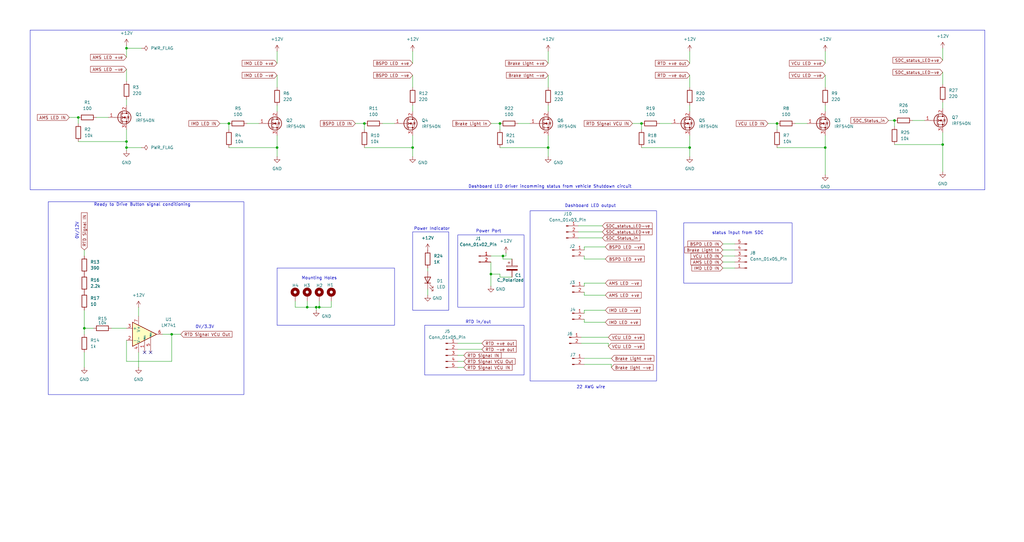
<source format=kicad_sch>
(kicad_sch (version 20231120) (generator "eeschema") (generator_version "8.0")
  (paper "User" 431.8 228.6)
  (lib_symbols
    (symbol "Amplifier_Operational:LM741" (pin_names (offset 0.127))
      (property "Reference" "U" (at 0 6.35 0))
      (property "Value" "LM741" (at 0 3.81 0))
      (symbol "LM741_0_1"
        (polyline (pts (xy -5.08 5.08) (xy 5.08 0) (xy -5.08 -5.08) (xy -5.08 5.08)) (stroke (width 0.254)) (fill (type background)))
      )
      (symbol "LM741_1_1"
        (pin input line (at 0 -7.62 90) (length 5.08) (name "NULL") (number "1"))
        (pin input line (at -7.62 -2.54 0) (length 2.54) (name "-") (number "2"))
        (pin input line (at -7.62 2.54 0) (length 2.54) (name "+") (number "3"))
        (pin power_in line (at -2.54 -7.62 90) (length 3.81) (name "V-") (number "4"))
        (pin input line (at 2.54 -7.62 90) (length 6.35) (name "NULL") (number "5"))
        (pin output line (at 7.62 0 180) (length 2.54) (name "~") (number "6"))
        (pin power_in line (at -2.54 7.62 270) (length 3.81) (name "V+") (number "7"))
        (pin no_connect line (at 0 2.54 270) (length 2.54) hide (name "NC") (number "8"))
      )
    )
    (symbol "Connector:Conn_01x02_Pin" (pin_names (offset 1.016) hide)
      (property "Reference" "J" (at 0 2.54 0))
      (property "Value" "Conn_01x02_Pin" (at 0 -5.08 0))
      (symbol "Conn_01x02_Pin_1_1"
        (polyline (pts (xy 1.27 -2.54) (xy 0.8636 -2.54)) (stroke (width 0.1524)))
        (polyline (pts (xy 1.27 0) (xy 0.8636 0)) (stroke (width 0.1524)))
        (rectangle (start 0.8636 -2.413) (end 0 -2.667) (stroke (width 0.1524)) (fill (type outline)))
        (rectangle (start 0.8636 0.127) (end 0 -0.127) (stroke (width 0.1524)) (fill (type outline)))
        (pin passive line (at 5.08 0 180) (length 3.81) (name "Pin_1") (number "1"))
        (pin passive line (at 5.08 -2.54 180) (length 3.81) (name "Pin_2") (number "2"))
      )
    )
    (symbol "Connector:Conn_01x03_Pin" (pin_names (offset 1.016) hide)
      (property "Reference" "J" (at 0 5.08 0))
      (property "Value" "Conn_01x03_Pin" (at 0 -5.08 0))
      (symbol "Conn_01x03_Pin_1_1"
        (polyline (pts (xy 1.27 -2.54) (xy 0.8636 -2.54)) (stroke (width 0.1524)))
        (polyline (pts (xy 1.27 0) (xy 0.8636 0)) (stroke (width 0.1524)))
        (polyline (pts (xy 1.27 2.54) (xy 0.8636 2.54)) (stroke (width 0.1524)))
        (rectangle (start 0.8636 -2.413) (end 0 -2.667) (stroke (width 0.1524)) (fill (type outline)))
        (rectangle (start 0.8636 0.127) (end 0 -0.127) (stroke (width 0.1524)) (fill (type outline)))
        (rectangle (start 0.8636 2.667) (end 0 2.413) (stroke (width 0.1524)) (fill (type outline)))
        (pin passive line (at 5.08 2.54 180) (length 3.81) (name "Pin_1") (number "1"))
        (pin passive line (at 5.08 0 180) (length 3.81) (name "Pin_2") (number "2"))
        (pin passive line (at 5.08 -2.54 180) (length 3.81) (name "Pin_3") (number "3"))
      )
    )
    (symbol "Connector:Conn_01x05_Pin" (pin_names (offset 1.016) hide)
      (property "Reference" "J" (at 0 7.62 0))
      (property "Value" "Conn_01x05_Pin" (at 0 -7.62 0))
      (symbol "Conn_01x05_Pin_1_1"
        (polyline (pts (xy 1.27 -5.08) (xy 0.8636 -5.08)) (stroke (width 0.1524)))
        (polyline (pts (xy 1.27 -2.54) (xy 0.8636 -2.54)) (stroke (width 0.1524)))
        (polyline (pts (xy 1.27 0) (xy 0.8636 0)) (stroke (width 0.1524)))
        (polyline (pts (xy 1.27 2.54) (xy 0.8636 2.54)) (stroke (width 0.1524)))
        (polyline (pts (xy 1.27 5.08) (xy 0.8636 5.08)) (stroke (width 0.1524)))
        (rectangle (start 0.8636 -4.953) (end 0 -5.207) (stroke (width 0.1524)) (fill (type outline)))
        (rectangle (start 0.8636 -2.413) (end 0 -2.667) (stroke (width 0.1524)) (fill (type outline)))
        (rectangle (start 0.8636 0.127) (end 0 -0.127) (stroke (width 0.1524)) (fill (type outline)))
        (rectangle (start 0.8636 2.667) (end 0 2.413) (stroke (width 0.1524)) (fill (type outline)))
        (rectangle (start 0.8636 5.207) (end 0 4.953) (stroke (width 0.1524)) (fill (type outline)))
        (pin passive line (at 5.08 5.08 180) (length 3.81) (name "Pin_1") (number "1"))
        (pin passive line (at 5.08 2.54 180) (length 3.81) (name "Pin_2") (number "2"))
        (pin passive line (at 5.08 0 180) (length 3.81) (name "Pin_3") (number "3"))
        (pin passive line (at 5.08 -2.54 180) (length 3.81) (name "Pin_4") (number "4"))
        (pin passive line (at 5.08 -5.08 180) (length 3.81) (name "Pin_5") (number "5"))
      )
    )
    (symbol "Device:C_Polarized" (pin_numbers hide) (pin_names (offset 0.254))
      (property "Reference" "C" (at 0.635 2.54 0))
      (property "Value" "C_Polarized" (at 0.635 -2.54 0))
      (symbol "C_Polarized_0_1"
        (rectangle (start -2.286 0.508) (end 2.286 1.016))
        (polyline (pts (xy -1.778 2.286) (xy -0.762 2.286)))
        (polyline (pts (xy -1.27 2.794) (xy -1.27 1.778)))
        (rectangle (start 2.286 -0.508) (end -2.286 -1.016) (fill (type outline)))
      )
      (symbol "C_Polarized_1_1"
        (pin passive line (at 0 3.81 270) (length 2.794) (name "~") (number "1"))
        (pin passive line (at 0 -3.81 90) (length 2.794) (name "~") (number "2"))
      )
    )
    (symbol "Device:LED" (pin_numbers hide) (pin_names (offset 1.016) hide)
      (property "Reference" "D" (at 0 2.54 0))
      (property "Value" "LED" (at 0 -2.54 0))
      (symbol "LED_0_1"
        (polyline (pts (xy -1.27 -1.27) (xy -1.27 1.27)) (stroke (width 0.254)))
        (polyline (pts (xy -1.27 0) (xy 1.27 0)))
        (polyline (pts (xy 1.27 -1.27) (xy 1.27 1.27) (xy -1.27 0) (xy 1.27 -1.27)) (stroke (width 0.254)))
        (polyline (pts (xy -3.048 -0.762) (xy -4.572 -2.286) (xy -3.81 -2.286) (xy -4.572 -2.286) (xy -4.572 -1.524)))
        (polyline (pts (xy -1.778 -0.762) (xy -3.302 -2.286) (xy -2.54 -2.286) (xy -3.302 -2.286) (xy -3.302 -1.524)))
      )
      (symbol "LED_1_1"
        (pin passive line (at -3.81 0 0) (length 2.54) (name "K") (number "1"))
        (pin passive line (at 3.81 0 180) (length 2.54) (name "A") (number "2"))
      )
    )
    (symbol "Device:R" (pin_numbers hide) (pin_names (offset 0))
      (property "Reference" "R" (at 2.032 0 90))
      (property "Value" "R" (at 0 0 90))
      (symbol "R_0_1"
        (rectangle (start -1.016 -2.54) (end 1.016 2.54) (stroke (width 0.254)))
      )
      (symbol "R_1_1"
        (pin passive line (at 0 3.81 270) (length 1.27) (name "~") (number "1"))
        (pin passive line (at 0 -3.81 90) (length 1.27) (name "~") (number "2"))
      )
    )
    (symbol "Mechanical:MountingHole_Pad_MP" (pin_numbers hide) (pin_names (offset 1.016) hide) (exclude_from_sim yes) (in_bom no)
      (property "Reference" "H" (at 0 6.35 0))
      (property "Value" "MountingHole_Pad_MP" (at 0 4.445 0))
      (symbol "MountingHole_Pad_MP_0_1"
        (circle (center 0 1.27) (radius 1.27) (stroke (width 1.27)))
      )
      (symbol "MountingHole_Pad_MP_1_1"
        (pin input line (at 0 -2.54 90) (length 2.54) (name "MP") (number "MP"))
      )
    )
    (symbol "Transistor_FET:IRF540N" (pin_names hide)
      (property "Reference" "Q" (at 5.08 1.905 0))
      (property "Value" "IRF540N" (at 5.08 0 0))
      (symbol "IRF540N_0_1"
        (polyline (pts (xy 0.254 0) (xy -2.54 0)))
        (polyline (pts (xy 0.254 1.905) (xy 0.254 -1.905)) (stroke (width 0.254)))
        (polyline (pts (xy 0.762 -1.27) (xy 0.762 -2.286)) (stroke (width 0.254)))
        (polyline (pts (xy 0.762 0.508) (xy 0.762 -0.508)) (stroke (width 0.254)))
        (polyline (pts (xy 0.762 2.286) (xy 0.762 1.27)) (stroke (width 0.254)))
        (polyline (pts (xy 2.54 2.54) (xy 2.54 1.778)))
        (polyline (pts (xy 2.54 -2.54) (xy 2.54 0) (xy 0.762 0)))
        (polyline (pts (xy 0.762 -1.778) (xy 3.302 -1.778) (xy 3.302 1.778) (xy 0.762 1.778)))
        (polyline (pts (xy 1.016 0) (xy 2.032 0.381) (xy 2.032 -0.381) (xy 1.016 0)) (fill (type outline)))
        (polyline (pts (xy 2.794 0.508) (xy 2.921 0.381) (xy 3.683 0.381) (xy 3.81 0.254)))
        (polyline (pts (xy 3.302 0.381) (xy 2.921 -0.254) (xy 3.683 -0.254) (xy 3.302 0.381)))
        (circle (center 1.651 0) (radius 2.794) (stroke (width 0.254)))
        (circle (center 2.54 -1.778) (radius 0.254) (fill (type outline)))
        (circle (center 2.54 1.778) (radius 0.254) (fill (type outline)))
      )
      (symbol "IRF540N_1_1"
        (pin input line (at -5.08 0 0) (length 2.54) (name "G") (number "1"))
        (pin passive line (at 2.54 5.08 270) (length 2.54) (name "D") (number "2"))
        (pin passive line (at 2.54 -5.08 90) (length 2.54) (name "S") (number "3"))
      )
    )
    (symbol "power:+12V" (power) (pin_numbers hide) (pin_names (offset 0) hide)
      (property "Value" "+12V" (at 0 3.556 0))
      (symbol "+12V_0_1"
        (polyline (pts (xy -0.762 1.27) (xy 0 2.54)))
        (polyline (pts (xy 0 0) (xy 0 2.54)))
        (polyline (pts (xy 0 2.54) (xy 0.762 1.27)))
      )
      (symbol "+12V_1_1"
        (pin power_in line (at 0 0 90) (length 0) (name "~") (number "1"))
      )
    )
    (symbol "power:GND" (power) (pin_numbers hide) (pin_names (offset 0) hide)
      (property "Value" "GND" (at 0 -3.81 0))
      (symbol "GND_0_1"
        (polyline (pts (xy 0 0) (xy 0 -1.27) (xy 1.27 -1.27) (xy 0 -2.54) (xy -1.27 -1.27) (xy 0 -1.27)))
      )
      (symbol "GND_1_1"
        (pin power_in line (at 0 0 270) (length 0) (name "~") (number "1"))
      )
    )
    (symbol "power:PWR_FLAG" (power) (pin_numbers hide) (pin_names (offset 0) hide)
      (property "Value" "PWR_FLAG" (at 0 3.81 0))
      (symbol "PWR_FLAG_0_0"
        (pin power_out line (at 0 0 90) (length 0) (name "~") (number "1"))
      )
      (symbol "PWR_FLAG_0_1"
        (polyline (pts (xy 0 0) (xy 0 1.27) (xy -1.016 1.905) (xy 0 2.54) (xy 1.016 1.905) (xy 0 1.27)))
      )
    )
  )
  (junction (at 53.34 59.69))
  (junction (at 53.34 62.23))
  (junction (at 133.35 129.54))
  (junction (at 377.19 50.8))
  (junction (at 53.34 20.32))
  (junction (at 116.84 62.23))
  (junction (at 397.51 60.96))
  (junction (at 212.09 107.95))
  (junction (at 290.83 62.23))
  (junction (at 129.54 129.54))
  (junction (at 134.62 129.54))
  (junction (at 270.51 52.07))
  (junction (at 231.14 62.23))
  (junction (at 96.52 52.07))
  (junction (at 35.56 138.43))
  (junction (at 207.01 115.57))
  (junction (at 210.82 52.07))
  (junction (at 347.98 62.23))
  (junction (at 173.99 62.23))
  (junction (at 72.39 140.97))
  (junction (at 33.02 49.53))
  (junction (at 327.66 52.07))
  (junction (at 153.67 52.07))
  (no_connect (at 63.5 148.59))
  (no_connect (at 60.96 148.59))
  (wire (pts (xy 173.99 62.23) (xy 173.99 66.04)))
  (wire (pts (xy 124.46 129.54) (xy 129.54 129.54)))
  (wire (pts (xy 35.56 148.59) (xy 35.56 154.94)))
  (wire (pts (xy 116.84 62.23) (xy 116.84 66.04)))
  (wire (pts (xy 347.98 21.59) (xy 347.98 26.67)))
  (wire (pts (xy 309.88 110.49) (xy 304.8 110.49)))
  (wire (pts (xy 58.42 129.54) (xy 58.42 133.35)))
  (wire (pts (xy 210.82 52.07) (xy 210.82 54.61)))
  (wire (pts (xy 243.84 97.79) (xy 254 97.79)))
  (wire (pts (xy 278.13 52.07) (xy 283.21 52.07)))
  (wire (pts (xy 397.51 43.18) (xy 397.51 45.72)))
  (wire (pts (xy 246.38 119.38) (xy 246.38 120.65)))
  (wire (pts (xy 116.84 57.15) (xy 116.84 62.23)))
  (wire (pts (xy 246.38 134.62) (xy 246.38 135.89)))
  (wire (pts (xy 255.27 109.22) (xy 246.38 109.22)))
  (wire (pts (xy 256.54 144.78) (xy 256.54 146.05)))
  (wire (pts (xy 72.39 140.97) (xy 72.39 152.4)))
  (wire (pts (xy 246.38 132.08) (xy 246.38 130.81)))
  (wire (pts (xy 347.98 31.75) (xy 347.98 36.83)))
  (wire (pts (xy 246.38 135.89) (xy 255.27 135.89)))
  (wire (pts (xy 92.71 52.07) (xy 96.52 52.07)))
  (wire (pts (xy 290.83 62.23) (xy 290.83 66.04)))
  (wire (pts (xy 270.51 62.23) (xy 290.83 62.23)))
  (wire (pts (xy 193.04 147.32) (xy 203.2 147.32)))
  (wire (pts (xy 207.01 52.07) (xy 210.82 52.07)))
  (wire (pts (xy 53.34 54.61) (xy 53.34 59.69)))
  (wire (pts (xy 384.81 50.8) (xy 389.89 50.8)))
  (wire (pts (xy 212.09 109.22) (xy 212.09 107.95)))
  (wire (pts (xy 180.34 113.03) (xy 180.34 114.3)))
  (wire (pts (xy 129.54 129.54) (xy 133.35 129.54)))
  (wire (pts (xy 246.38 104.14) (xy 246.38 105.41)))
  (wire (pts (xy 129.54 129.54) (xy 129.54 127)))
  (wire (pts (xy 96.52 52.07) (xy 96.52 54.61)))
  (wire (pts (xy 290.83 57.15) (xy 290.83 62.23)))
  (wire (pts (xy 347.98 62.23) (xy 347.98 73.66)))
  (wire (pts (xy 246.38 109.22) (xy 246.38 107.95)))
  (wire (pts (xy 139.7 129.54) (xy 139.7 127)))
  (wire (pts (xy 180.34 121.92) (xy 180.34 124.46)))
  (wire (pts (xy 213.36 106.68) (xy 213.36 107.95)))
  (wire (pts (xy 29.21 49.53) (xy 33.02 49.53)))
  (wire (pts (xy 53.34 152.4) (xy 53.34 143.51)))
  (wire (pts (xy 35.56 130.81) (xy 35.56 138.43)))
  (wire (pts (xy 193.04 154.94) (xy 195.58 154.94)))
  (wire (pts (xy 246.38 153.67) (xy 257.81 153.67)))
  (wire (pts (xy 245.11 144.78) (xy 256.54 144.78)))
  (wire (pts (xy 53.34 20.32) (xy 59.69 20.32)))
  (wire (pts (xy 255.27 124.46) (xy 246.38 124.46)))
  (wire (pts (xy 193.04 152.4) (xy 195.58 152.4)))
  (wire (pts (xy 134.62 129.54) (xy 139.7 129.54)))
  (wire (pts (xy 290.83 44.45) (xy 290.83 46.99)))
  (wire (pts (xy 347.98 57.15) (xy 347.98 62.23)))
  (wire (pts (xy 53.34 62.23) (xy 59.69 62.23)))
  (wire (pts (xy 33.02 59.69) (xy 53.34 59.69)))
  (wire (pts (xy 231.14 21.59) (xy 231.14 26.67)))
  (wire (pts (xy 96.52 62.23) (xy 116.84 62.23)))
  (wire (pts (xy 255.27 104.14) (xy 246.38 104.14)))
  (wire (pts (xy 397.51 55.88) (xy 397.51 60.96)))
  (wire (pts (xy 309.88 113.03) (xy 304.8 113.03)))
  (wire (pts (xy 53.34 19.05) (xy 53.34 20.32)))
  (wire (pts (xy 35.56 138.43) (xy 35.56 140.97)))
  (wire (pts (xy 397.51 20.32) (xy 397.51 25.4)))
  (wire (pts (xy 53.34 59.69) (xy 53.34 62.23)))
  (wire (pts (xy 231.14 44.45) (xy 231.14 46.99)))
  (wire (pts (xy 134.62 129.54) (xy 134.62 127)))
  (wire (pts (xy 161.29 52.07) (xy 166.37 52.07)))
  (wire (pts (xy 53.34 29.21) (xy 53.34 34.29)))
  (wire (pts (xy 290.83 21.59) (xy 290.83 26.67)))
  (wire (pts (xy 270.51 52.07) (xy 270.51 54.61)))
  (wire (pts (xy 133.35 129.54) (xy 133.35 130.81)))
  (wire (pts (xy 246.38 151.13) (xy 257.81 151.13)))
  (wire (pts (xy 72.39 140.97) (xy 76.2 140.97)))
  (wire (pts (xy 210.82 116.84) (xy 210.82 115.57)))
  (wire (pts (xy 35.56 105.41) (xy 35.56 107.95)))
  (wire (pts (xy 266.7 52.07) (xy 270.51 52.07)))
  (wire (pts (xy 213.36 107.95) (xy 212.09 107.95)))
  (wire (pts (xy 309.88 102.87) (xy 304.8 102.87)))
  (wire (pts (xy 231.14 31.75) (xy 231.14 36.83)))
  (wire (pts (xy 397.51 30.48) (xy 397.51 35.56)))
  (wire (pts (xy 133.35 129.54) (xy 134.62 129.54)))
  (wire (pts (xy 149.86 52.07) (xy 153.67 52.07)))
  (wire (pts (xy 173.99 31.75) (xy 173.99 36.83)))
  (wire (pts (xy 207.01 110.49) (xy 207.01 115.57)))
  (wire (pts (xy 290.83 31.75) (xy 290.83 36.83)))
  (wire (pts (xy 33.02 49.53) (xy 33.02 52.07)))
  (wire (pts (xy 193.04 149.86) (xy 195.58 149.86)))
  (wire (pts (xy 231.14 57.15) (xy 231.14 62.23)))
  (wire (pts (xy 116.84 21.59) (xy 116.84 26.67)))
  (wire (pts (xy 173.99 57.15) (xy 173.99 62.23)))
  (wire (pts (xy 153.67 52.07) (xy 153.67 54.61)))
  (wire (pts (xy 397.51 60.96) (xy 397.51 72.39)))
  (wire (pts (xy 46.99 138.43) (xy 53.34 138.43)))
  (wire (pts (xy 173.99 44.45) (xy 173.99 46.99)))
  (wire (pts (xy 53.34 62.23) (xy 53.34 63.5)))
  (wire (pts (xy 207.01 115.57) (xy 207.01 120.65)))
  (wire (pts (xy 53.34 41.91) (xy 53.34 44.45)))
  (wire (pts (xy 309.88 105.41) (xy 304.8 105.41)))
  (wire (pts (xy 35.56 138.43) (xy 39.37 138.43)))
  (wire (pts (xy 245.11 142.24) (xy 256.54 142.24)))
  (wire (pts (xy 243.84 100.33) (xy 254 100.33)))
  (wire (pts (xy 323.85 52.07) (xy 327.66 52.07)))
  (wire (pts (xy 327.66 52.07) (xy 327.66 54.61)))
  (wire (pts (xy 243.84 95.25) (xy 254 95.25)))
  (wire (pts (xy 215.9 116.84) (xy 210.82 116.84)))
  (wire (pts (xy 210.82 62.23) (xy 231.14 62.23)))
  (wire (pts (xy 246.38 124.46) (xy 246.38 123.19)))
  (wire (pts (xy 53.34 20.32) (xy 53.34 24.13)))
  (wire (pts (xy 68.58 140.97) (xy 72.39 140.97)))
  (wire (pts (xy 153.67 62.23) (xy 173.99 62.23)))
  (wire (pts (xy 40.64 49.53) (xy 45.72 49.53)))
  (wire (pts (xy 257.81 153.67) (xy 257.81 154.94)))
  (wire (pts (xy 116.84 44.45) (xy 116.84 46.99)))
  (wire (pts (xy 377.19 60.96) (xy 397.51 60.96)))
  (wire (pts (xy 246.38 130.81) (xy 255.27 130.81)))
  (wire (pts (xy 327.66 62.23) (xy 347.98 62.23)))
  (wire (pts (xy 374.65 50.8) (xy 377.19 50.8)))
  (wire (pts (xy 124.46 127) (xy 124.46 129.54)))
  (wire (pts (xy 72.39 152.4) (xy 53.34 152.4)))
  (wire (pts (xy 309.88 107.95) (xy 304.8 107.95)))
  (wire (pts (xy 218.44 52.07) (xy 223.52 52.07)))
  (wire (pts (xy 212.09 107.95) (xy 207.01 107.95)))
  (wire (pts (xy 58.42 148.59) (xy 58.42 154.94)))
  (wire (pts (xy 173.99 21.59) (xy 173.99 26.67)))
  (wire (pts (xy 210.82 115.57) (xy 207.01 115.57)))
  (wire (pts (xy 347.98 44.45) (xy 347.98 46.99)))
  (wire (pts (xy 377.19 50.8) (xy 377.19 53.34)))
  (wire (pts (xy 231.14 62.23) (xy 231.14 66.04)))
  (wire (pts (xy 193.04 144.78) (xy 203.2 144.78)))
  (wire (pts (xy 104.14 52.07) (xy 109.22 52.07)))
  (wire (pts (xy 215.9 109.22) (xy 212.09 109.22)))
  (wire (pts (xy 335.28 52.07) (xy 340.36 52.07)))
  (wire (pts (xy 255.27 119.38) (xy 246.38 119.38)))
  (wire (pts (xy 116.84 31.75) (xy 116.84 36.83)))
  (rectangle (start 173.99 97.79) (end 189.23 130.81))
  (rectangle (start 193.04 99.06) (end 220.98 129.54))
  (rectangle (start 20.32 85.09) (end 102.87 166.37))
  (rectangle (start 223.52 88.9) (end 276.86 160.655))
  (rectangle (start 116.84 113.03) (end 166.37 137.16))
  (rectangle (start 288.29 93.98) (end 334.01 119.38))
  (rectangle (start 12.7 12.7) (end 415.29 80.01))
  (rectangle (start 179.07 137.16) (end 220.98 158.115))
  (text "Dashboard LED driver incomming status from vehicle Shutdown circuit" (at 231.902 78.74 0) (effects (font (size 1.27 1.27))))
  (text "Mounting Holes\n" (at 134.62 117.348 0) (effects (font (size 1.27 1.27))))
  (text "Ready to Drive Button signal conditioning" (at 59.944 86.36 0) (effects (font (size 1.27 1.27))))
  (text "status input from SDC" (at 311.15 98.298 0) (effects (font (size 1.27 1.27))))
  (text "0V/12V" (at 32.512 97.282 90) (effects (font (size 1.27 1.27))))
  (text "Power Indicator" (at 182.118 96.52 0) (effects (font (size 1.27 1.27))))
  (text "RTD in/out" (at 201.676 135.89 0) (effects (font (size 1.27 1.27))))
  (text "Dashboard LED output\n" (at 248.92 86.868 0) (effects (font (size 1.27 1.27))))
  (text "22 AWG wire" (at 249.174 163.322 0) (effects (font (size 1.27 1.27))))
  (text "Power Port\n" (at 205.994 97.536 0) (effects (font (size 1.27 1.27))))
  (text "0V/3.3V" (at 86.36 137.922 0) (effects (font (size 1.27 1.27))))
  (global_label "BSPD LED +ve" (shape input) (at 255.27 109.22 0) (property "Intersheetrefs" "${INTERSHEET_REFS}" (effects (hide yes))))
  (global_label "BSPD LED -ve" (shape input) (at 255.27 104.14 0) (property "Intersheetrefs" "${INTERSHEET_REFS}" (effects (hide yes))))
  (global_label "SDC_status_LED-ve" (shape input) (at 254 95.25 0) (property "Intersheetrefs" "${INTERSHEET_REFS}" (effects (hide yes))))
  (global_label "SDC_status_LED-ve" (shape input) (at 397.51 30.48 180) (property "Intersheetrefs" "${INTERSHEET_REFS}" (effects (hide yes))))
  (global_label "Brake Light In" (shape input) (at 207.01 52.07 180) (property "Intersheetrefs" "${INTERSHEET_REFS}" (effects (hide yes))))
  (global_label "RTD Signal IN" (shape input) (at 195.58 149.86 0) (property "Intersheetrefs" "${INTERSHEET_REFS}" (effects (hide yes))))
  (global_label "IMD LED IN" (shape input) (at 304.8 113.03 180) (property "Intersheetrefs" "${INTERSHEET_REFS}" (effects (hide yes))))
  (global_label "VCU LED IN" (shape input) (at 323.85 52.07 180) (property "Intersheetrefs" "${INTERSHEET_REFS}" (effects (hide yes))))
  (global_label "RTD Signal VCU IN" (shape input) (at 195.58 154.94 0) (property "Intersheetrefs" "${INTERSHEET_REFS}" (effects (hide yes))))
  (global_label "RTD -ve out" (shape input) (at 290.83 31.75 180) (property "Intersheetrefs" "${INTERSHEET_REFS}" (effects (hide yes))))
  (global_label "BSPD LED -ve" (shape input) (at 173.99 31.75 180) (property "Intersheetrefs" "${INTERSHEET_REFS}" (effects (hide yes))))
  (global_label "RTD Signal VCU Out" (shape input) (at 76.2 140.97 0) (property "Intersheetrefs" "${INTERSHEET_REFS}" (effects (hide yes))))
  (global_label "IMD LED +ve" (shape input) (at 116.84 26.67 180) (property "Intersheetrefs" "${INTERSHEET_REFS}" (effects (hide yes))))
  (global_label "SDC_Status_in" (shape input) (at 374.65 50.8 180) (property "Intersheetrefs" "${INTERSHEET_REFS}" (effects (hide yes))))
  (global_label "RTD +ve out" (shape input) (at 203.2 144.78 0) (property "Intersheetrefs" "${INTERSHEET_REFS}" (effects (hide yes))))
  (global_label "Brake Light In" (shape input) (at 304.8 105.41 180) (property "Intersheetrefs" "${INTERSHEET_REFS}" (effects (hide yes))))
  (global_label "RTD -ve out" (shape input) (at 203.2 147.32 0) (property "Intersheetrefs" "${INTERSHEET_REFS}" (effects (hide yes))))
  (global_label "Brake light -ve" (shape input) (at 257.81 154.94 0) (property "Intersheetrefs" "${INTERSHEET_REFS}" (effects (hide yes))))
  (global_label "Brake light -ve" (shape input) (at 231.14 31.75 180) (property "Intersheetrefs" "${INTERSHEET_REFS}" (effects (hide yes))))
  (global_label "BSPD LED IN" (shape input) (at 304.8 102.87 180) (property "Intersheetrefs" "${INTERSHEET_REFS}" (effects (hide yes))))
  (global_label "IMD LED -ve" (shape input) (at 255.27 130.81 0) (property "Intersheetrefs" "${INTERSHEET_REFS}" (effects (hide yes))))
  (global_label "AMS LED -ve" (shape input) (at 53.34 29.21 180) (property "Intersheetrefs" "${INTERSHEET_REFS}" (effects (hide yes))))
  (global_label "BSPD LED IN" (shape input) (at 149.86 52.07 180) (property "Intersheetrefs" "${INTERSHEET_REFS}" (effects (hide yes))))
  (global_label "RTD Signal IN" (shape input) (at 35.56 105.41 90) (property "Intersheetrefs" "${INTERSHEET_REFS}" (effects (hide yes))))
  (global_label "VCU LED -ve" (shape input) (at 347.98 31.75 180) (property "Intersheetrefs" "${INTERSHEET_REFS}" (effects (hide yes))))
  (global_label "Brake Light +ve" (shape input) (at 231.14 26.67 180) (property "Intersheetrefs" "${INTERSHEET_REFS}" (effects (hide yes))))
  (global_label "IMD LED +ve" (shape input) (at 255.27 135.89 0) (property "Intersheetrefs" "${INTERSHEET_REFS}" (effects (hide yes))))
  (global_label "VCU LED -ve" (shape input) (at 256.54 146.05 0) (property "Intersheetrefs" "${INTERSHEET_REFS}" (effects (hide yes))))
  (global_label "SDC_status_LED+ve" (shape input) (at 397.51 25.4 180) (property "Intersheetrefs" "${INTERSHEET_REFS}" (effects (hide yes))))
  (global_label "IMD LED -ve" (shape input) (at 116.84 31.75 180) (property "Intersheetrefs" "${INTERSHEET_REFS}" (effects (hide yes))))
  (global_label "BSPD LED +ve" (shape input) (at 173.99 26.67 180) (property "Intersheetrefs" "${INTERSHEET_REFS}" (effects (hide yes))))
  (global_label "AMS LED +ve" (shape input) (at 53.34 24.13 180) (property "Intersheetrefs" "${INTERSHEET_REFS}" (effects (hide yes))))
  (global_label "RTD Signal VCU IN" (shape input) (at 266.7 52.07 180) (property "Intersheetrefs" "${INTERSHEET_REFS}" (effects (hide yes))))
  (global_label "RTD Signal VCU Out" (shape input) (at 195.58 152.4 0) (property "Intersheetrefs" "${INTERSHEET_REFS}" (effects (hide yes))))
  (global_label "IMD LED IN" (shape input) (at 92.71 52.07 180) (property "Intersheetrefs" "${INTERSHEET_REFS}" (effects (hide yes))))
  (global_label "AMS LED IN" (shape input) (at 304.8 110.49 180) (property "Intersheetrefs" "${INTERSHEET_REFS}" (effects (hide yes))))
  (global_label "AMS LED +ve" (shape input) (at 255.27 124.46 0) (property "Intersheetrefs" "${INTERSHEET_REFS}" (effects (hide yes))))
  (global_label "VCU LED +ve" (shape input) (at 347.98 26.67 180) (property "Intersheetrefs" "${INTERSHEET_REFS}" (effects (hide yes))))
  (global_label "VCU LED +ve" (shape input) (at 256.54 142.24 0) (property "Intersheetrefs" "${INTERSHEET_REFS}" (effects (hide yes))))
  (global_label "VCU LED IN" (shape input) (at 304.8 107.95 180) (property "Intersheetrefs" "${INTERSHEET_REFS}" (effects (hide yes))))
  (global_label "SDC_Status_in" (shape input) (at 254 100.33 0) (property "Intersheetrefs" "${INTERSHEET_REFS}" (effects (hide yes))))
  (global_label "Brake Light +ve" (shape input) (at 257.81 151.13 0) (property "Intersheetrefs" "${INTERSHEET_REFS}" (effects (hide yes))))
  (global_label "SDC_status_LED+ve" (shape input) (at 254 97.79 0) (property "Intersheetrefs" "${INTERSHEET_REFS}" (effects (hide yes))))
  (global_label "AMS LED IN" (shape input) (at 29.21 49.53 180) (property "Intersheetrefs" "${INTERSHEET_REFS}" (effects (hide yes))))
  (global_label "RTD +ve out" (shape input) (at 290.83 26.67 180) (property "Intersheetrefs" "${INTERSHEET_REFS}" (effects (hide yes))))
  (global_label "AMS LED -ve" (shape input) (at 255.27 119.38 0) (property "Intersheetrefs" "${INTERSHEET_REFS}" (effects (hide yes))))
  (symbol (lib_id "Transistor_FET:IRF540N") (at 345.44 52.07 0) (unit 1)
    (property "Reference" "Q3" (at 351.79 50.7999 0) (effects (justify left)))
    (property "Value" "IRF540N" (at 351.79 53.3399 0) (effects (justify left)))
    (property "Footprint" "Package_TO_SOT_THT:TO-220-3_Vertical" (effects (hide yes)))
    (property "Datasheet" "http://www.irf.com/product-info/datasheets/data/irf540n.pdf" (effects (hide yes)))
    (property "Description" "33A Id, 100V Vds, HEXFET N-Channel MOSFET, TO-220" (effects (hide yes)))
  )
  (symbol (lib_id "power:+12V") (at 58.42 129.54 0) (unit 1)
    (property "Reference" "#PWR013" (effects (hide yes)))
    (property "Value" "+12V" (at 58.42 124.46 0))
    (property "Description" "Power symbol creates a global label with name \"+12V\"" (effects (hide yes)))
  )
  (symbol (lib_id "Transistor_FET:IRF540N") (at 394.97 50.8 0) (unit 1)
    (property "Reference" "Q7" (at 401.32 49.5299 0) (effects (justify left)))
    (property "Value" "IRF540N" (at 401.32 52.0699 0) (effects (justify left)))
    (property "Footprint" "Package_TO_SOT_THT:TO-220-3_Vertical" (effects (hide yes)))
    (property "Datasheet" "http://www.irf.com/product-info/datasheets/data/irf540n.pdf" (effects (hide yes)))
    (property "Description" "33A Id, 100V Vds, HEXFET N-Channel MOSFET, TO-220" (effects (hide yes)))
  )
  (symbol (lib_id "power:GND") (at 58.42 154.94 0) (unit 1)
    (property "Reference" "#PWR011" (effects (hide yes)))
    (property "Value" "GND" (at 58.42 160.02 0))
    (property "Description" "Power symbol creates a global label with name \"GND\" , ground" (effects (hide yes)))
  )
  (symbol (lib_id "Device:R") (at 173.99 40.64 0) (unit 1)
    (property "Reference" "R12" (at 176.53 39.3699 0) (effects (justify left)))
    (property "Value" "220" (at 176.53 41.9099 0) (effects (justify left)))
    (property "Footprint" "Resistor_THT:R_Axial_DIN0204_L3.6mm_D1.6mm_P7.62mm_Horizontal" (effects (hide yes)))
    (property "Description" "Resistor" (effects (hide yes)))
  )
  (symbol (lib_id "Device:R") (at 331.47 52.07 90) (unit 1)
    (property "Reference" "R8" (at 331.47 45.72 90))
    (property "Value" "100" (at 331.47 48.26 90))
    (property "Footprint" "Resistor_THT:R_Axial_DIN0204_L3.6mm_D1.6mm_P7.62mm_Horizontal" (effects (hide yes)))
    (property "Description" "Resistor" (effects (hide yes)))
  )
  (symbol (lib_id "Connector:Conn_01x02_Pin") (at 241.3 132.08 0) (unit 1)
    (property "Reference" "J4" (at 241.554 130.556 0))
    (property "Value" "Conn_01x02_Pin" (effects (hide yes)))
    (property "Footprint" "Connector_PinHeader_2.54mm:PinHeader_1x02_P2.54mm_Vertical" (effects (hide yes)))
    (property "Description" "Generic connector, single row, 01x02, script generated" (effects (hide yes)))
  )
  (symbol (lib_id "Device:R") (at 96.52 58.42 180) (unit 1)
    (property "Reference" "R4" (at 99.06 57.1499 0) (effects (justify right)))
    (property "Value" "10k" (at 99.06 59.6899 0) (effects (justify right)))
    (property "Footprint" "Resistor_THT:R_Axial_DIN0204_L3.6mm_D1.6mm_P7.62mm_Horizontal" (effects (hide yes)))
    (property "Description" "Resistor" (effects (hide yes)))
  )
  (symbol (lib_id "Device:R") (at 210.82 58.42 180) (unit 1)
    (property "Reference" "R21" (at 213.36 57.1499 0) (effects (justify right)))
    (property "Value" "10k" (at 213.36 59.6899 0) (effects (justify right)))
    (property "Footprint" "Resistor_THT:R_Axial_DIN0204_L3.6mm_D1.6mm_P7.62mm_Horizontal" (effects (hide yes)))
    (property "Description" "Resistor" (effects (hide yes)))
  )
  (symbol (lib_id "Device:R") (at 100.33 52.07 90) (unit 1)
    (property "Reference" "R5" (at 100.33 45.72 90))
    (property "Value" "100" (at 100.33 48.26 90))
    (property "Footprint" "Resistor_THT:R_Axial_DIN0204_L3.6mm_D1.6mm_P7.62mm_Horizontal" (effects (hide yes)))
    (property "Description" "Resistor" (effects (hide yes)))
  )
  (symbol (lib_id "Device:R") (at 214.63 52.07 90) (unit 1)
    (property "Reference" "R22" (at 214.63 45.72 90))
    (property "Value" "100" (at 214.63 48.26 90))
    (property "Footprint" "Resistor_THT:R_Axial_DIN0204_L3.6mm_D1.6mm_P7.62mm_Horizontal" (effects (hide yes)))
    (property "Description" "Resistor" (effects (hide yes)))
  )
  (symbol (lib_id "Transistor_FET:IRF540N") (at 171.45 52.07 0) (unit 1)
    (property "Reference" "Q4" (at 177.8 50.7999 0) (effects (justify left)))
    (property "Value" "IRF540N" (at 177.8 53.3399 0) (effects (justify left)))
    (property "Footprint" "Package_TO_SOT_THT:TO-220-3_Vertical" (effects (hide yes)))
    (property "Datasheet" "http://www.irf.com/product-info/datasheets/data/irf540n.pdf" (effects (hide yes)))
    (property "Description" "33A Id, 100V Vds, HEXFET N-Channel MOSFET, TO-220" (effects (hide yes)))
  )
  (symbol (lib_id "Device:R") (at 290.83 40.64 0) (unit 1)
    (property "Reference" "R20" (at 293.37 39.3699 0) (effects (justify left)))
    (property "Value" "220" (at 293.37 41.9099 0) (effects (justify left)))
    (property "Footprint" "Resistor_THT:R_Axial_DIN0204_L3.6mm_D1.6mm_P7.62mm_Horizontal" (effects (hide yes)))
    (property "Description" "Resistor" (effects (hide yes)))
  )
  (symbol (lib_id "power:GND") (at 180.34 124.46 0) (unit 1)
    (property "Reference" "#PWR020" (effects (hide yes)))
    (property "Value" "GND" (at 184.404 125.73 0))
    (property "Description" "Power symbol creates a global label with name \"GND\" , ground" (effects (hide yes)))
  )
  (symbol (lib_id "Device:R") (at 35.56 119.38 180) (unit 1)
    (property "Reference" "R16" (at 38.1 118.1099 0) (effects (justify right)))
    (property "Value" "2.2k" (at 38.1 120.6499 0) (effects (justify right)))
    (property "Footprint" "Resistor_THT:R_Axial_DIN0204_L3.6mm_D1.6mm_P7.62mm_Horizontal" (effects (hide yes)))
    (property "Description" "Resistor" (effects (hide yes)))
  )
  (symbol (lib_id "Device:R") (at 377.19 57.15 180) (unit 1)
    (property "Reference" "R25" (at 379.73 55.8799 0) (effects (justify right)))
    (property "Value" "10k" (at 379.73 58.4199 0) (effects (justify right)))
    (property "Footprint" "Resistor_THT:R_Axial_DIN0204_L3.6mm_D1.6mm_P7.62mm_Horizontal" (effects (hide yes)))
    (property "Description" "Resistor" (effects (hide yes)))
  )
  (symbol (lib_id "Transistor_FET:IRF540N") (at 228.6 52.07 0) (unit 1)
    (property "Reference" "Q6" (at 234.95 50.7999 0) (effects (justify left)))
    (property "Value" "IRF540N" (at 234.95 53.3399 0) (effects (justify left)))
    (property "Footprint" "Package_TO_SOT_THT:TO-220-3_Vertical" (effects (hide yes)))
    (property "Datasheet" "http://www.irf.com/product-info/datasheets/data/irf540n.pdf" (effects (hide yes)))
    (property "Description" "33A Id, 100V Vds, HEXFET N-Channel MOSFET, TO-220" (effects (hide yes)))
  )
  (symbol (lib_id "Device:R") (at 270.51 58.42 180) (unit 1)
    (property "Reference" "R18" (at 273.05 57.1499 0) (effects (justify right)))
    (property "Value" "10k" (at 273.05 59.6899 0) (effects (justify right)))
    (property "Footprint" "Resistor_THT:R_Axial_DIN0204_L3.6mm_D1.6mm_P7.62mm_Horizontal" (effects (hide yes)))
    (property "Description" "Resistor" (effects (hide yes)))
  )
  (symbol (lib_id "Device:C_Polarized") (at 215.9 113.03 0) (unit 1)
    (property "Reference" "C1" (at 217.17 116.078 0) (effects (justify left)))
    (property "Value" "C_Polarized" (at 209.55 118.11 0) (effects (justify left)))
    (property "Footprint" "Capacitor_THT:CP_Radial_D8.0mm_P5.00mm" (effects (hide yes)))
    (property "Description" "Polarized capacitor" (effects (hide yes)))
  )
  (symbol (lib_id "Device:R") (at 35.56 144.78 180) (unit 1)
    (property "Reference" "R14" (at 38.1 143.5099 0) (effects (justify right)))
    (property "Value" "1k" (at 38.1 146.0499 0) (effects (justify right)))
    (property "Footprint" "Resistor_THT:R_Axial_DIN0204_L3.6mm_D1.6mm_P7.62mm_Horizontal" (effects (hide yes)))
    (property "Description" "Resistor" (effects (hide yes)))
  )
  (symbol (lib_id "power:+12V") (at 397.51 20.32 0) (unit 1)
    (property "Reference" "#PWR021" (effects (hide yes)))
    (property "Value" "+12V" (at 397.51 15.24 0))
    (property "Description" "Power symbol creates a global label with name \"+12V\"" (effects (hide yes)))
  )
  (symbol (lib_id "Device:R") (at 327.66 58.42 180) (unit 1)
    (property "Reference" "R7" (at 330.2 57.1499 0) (effects (justify right)))
    (property "Value" "10k" (at 330.2 59.6899 0) (effects (justify right)))
    (property "Footprint" "Resistor_THT:R_Axial_DIN0204_L3.6mm_D1.6mm_P7.62mm_Horizontal" (effects (hide yes)))
    (property "Description" "Resistor" (effects (hide yes)))
  )
  (symbol (lib_id "Device:R") (at 157.48 52.07 90) (unit 1)
    (property "Reference" "R11" (at 157.48 45.72 90))
    (property "Value" "100" (at 157.48 48.26 90))
    (property "Footprint" "Resistor_THT:R_Axial_DIN0204_L3.6mm_D1.6mm_P7.62mm_Horizontal" (effects (hide yes)))
    (property "Description" "Resistor" (effects (hide yes)))
  )
  (symbol (lib_id "power:+12V") (at 231.14 21.59 0) (unit 1)
    (property "Reference" "#PWR016" (effects (hide yes)))
    (property "Value" "+12V" (at 231.14 16.51 0))
    (property "Description" "Power symbol creates a global label with name \"+12V\"" (effects (hide yes)))
  )
  (symbol (lib_id "power:+12V") (at 173.99 21.59 0) (unit 1)
    (property "Reference" "#PWR09" (effects (hide yes)))
    (property "Value" "+12V" (at 173.99 16.51 0))
    (property "Description" "Power symbol creates a global label with name \"+12V\"" (effects (hide yes)))
  )
  (symbol (lib_id "Connector:Conn_01x02_Pin") (at 241.3 151.13 0) (unit 1)
    (property "Reference" "J7" (at 241.554 149.606 0))
    (property "Value" "Conn_01x02_Pin" (effects (hide yes)))
    (property "Footprint" "Connector_PinHeader_2.54mm:PinHeader_1x02_P2.54mm_Vertical" (effects (hide yes)))
    (property "Description" "Generic connector, single row, 01x02, script generated" (effects (hide yes)))
  )
  (symbol (lib_id "Device:R") (at 35.56 127 180) (unit 1)
    (property "Reference" "R17" (at 38.1 125.7299 0) (effects (justify right)))
    (property "Value" "10" (at 38.1 128.2699 0) (effects (justify right)))
    (property "Footprint" "Resistor_THT:R_Axial_DIN0204_L3.6mm_D1.6mm_P7.62mm_Horizontal" (effects (hide yes)))
    (property "Description" "Resistor" (effects (hide yes)))
  )
  (symbol (lib_id "power:GND") (at 133.35 130.81 0) (unit 1)
    (property "Reference" "#PWR018" (effects (hide yes)))
    (property "Value" "GND" (at 137.668 133.35 0))
    (property "Description" "Power symbol creates a global label with name \"GND\" , ground" (effects (hide yes)))
  )
  (symbol (lib_id "power:GND") (at 207.01 120.65 0) (unit 1)
    (property "Reference" "#PWR07" (effects (hide yes)))
    (property "Value" "GND" (at 211.074 121.92 0))
    (property "Description" "Power symbol creates a global label with name \"GND\" , ground" (effects (hide yes)))
  )
  (symbol (lib_id "power:+12V") (at 213.36 106.68 0) (unit 1)
    (property "Reference" "#PWR08" (effects (hide yes)))
    (property "Value" "+12V" (at 213.36 101.6 0))
    (property "Description" "Power symbol creates a global label with name \"+12V\"" (effects (hide yes)))
  )
  (symbol (lib_id "Connector:Conn_01x05_Pin") (at 314.96 107.95 180) (unit 1)
    (property "Reference" "J8" (at 316.23 106.6799 0) (effects (justify right)))
    (property "Value" "Conn_01x05_Pin" (at 316.23 109.2199 0) (effects (justify right)))
    (property "Footprint" "Connector_PinHeader_2.54mm:PinHeader_1x05_P2.54mm_Vertical" (effects (hide yes)))
    (property "Description" "Generic connector, single row, 01x05, script generated" (effects (hide yes)))
  )
  (symbol (lib_id "Transistor_FET:IRF540N") (at 288.29 52.07 0) (unit 1)
    (property "Reference" "Q5" (at 294.64 50.7999 0) (effects (justify left)))
    (property "Value" "IRF540N" (at 294.64 53.3399 0) (effects (justify left)))
    (property "Footprint" "Package_TO_SOT_THT:TO-220-3_Vertical" (effects (hide yes)))
    (property "Datasheet" "http://www.irf.com/product-info/datasheets/data/irf540n.pdf" (effects (hide yes)))
    (property "Description" "33A Id, 100V Vds, HEXFET N-Channel MOSFET, TO-220" (effects (hide yes)))
  )
  (symbol (lib_id "Device:R") (at 180.34 109.22 0) (unit 1)
    (property "Reference" "R24" (at 182.88 107.9499 0) (effects (justify left)))
    (property "Value" "1K" (at 182.88 110.4899 0) (effects (justify left)))
    (property "Footprint" "Resistor_THT:R_Axial_DIN0204_L3.6mm_D1.6mm_P7.62mm_Horizontal" (effects (hide yes)))
    (property "Description" "Resistor" (effects (hide yes)))
  )
  (symbol (lib_id "Device:R") (at 116.84 40.64 0) (unit 1)
    (property "Reference" "R6" (at 119.38 39.3699 0) (effects (justify left)))
    (property "Value" "220" (at 119.38 41.9099 0) (effects (justify left)))
    (property "Footprint" "Resistor_THT:R_Axial_DIN0204_L3.6mm_D1.6mm_P7.62mm_Horizontal" (effects (hide yes)))
    (property "Description" "Resistor" (effects (hide yes)))
  )
  (symbol (lib_id "Device:R") (at 33.02 55.88 180) (unit 1)
    (property "Reference" "R2" (at 35.56 54.6099 0) (effects (justify right)))
    (property "Value" "10k" (at 35.56 57.1499 0) (effects (justify right)))
    (property "Footprint" "Resistor_THT:R_Axial_DIN0204_L3.6mm_D1.6mm_P7.62mm_Horizontal" (effects (hide yes)))
    (property "Description" "Resistor" (effects (hide yes)))
  )
  (symbol (lib_id "Mechanical:MountingHole_Pad_MP") (at 124.46 124.46 0) (unit 1) (exclude_from_sim yes) (in_bom no)
    (property "Reference" "H4" (at 123.19 120.396 0) (effects (justify left)))
    (property "Value" "MountingHole_Pad_MP" (effects (hide yes)))
    (property "Footprint" "MountingHole:MountingHole_3.2mm_M3_ISO7380_Pad" (effects (hide yes)))
    (property "Description" "Mounting Hole with connection as pad named MP" (effects (hide yes)))
  )
  (symbol (lib_id "Device:R") (at 231.14 40.64 0) (unit 1)
    (property "Reference" "R23" (at 233.68 39.3699 0) (effects (justify left)))
    (property "Value" "220" (at 233.68 41.9099 0) (effects (justify left)))
    (property "Footprint" "Resistor_THT:R_Axial_DIN0204_L3.6mm_D1.6mm_P7.62mm_Horizontal" (effects (hide yes)))
    (property "Description" "Resistor" (effects (hide yes)))
  )
  (symbol (lib_id "power:+12V") (at 347.98 21.59 0) (unit 1)
    (property "Reference" "#PWR05" (effects (hide yes)))
    (property "Value" "+12V" (at 347.98 16.51 0))
    (property "Description" "Power symbol creates a global label with name \"+12V\"" (effects (hide yes)))
  )
  (symbol (lib_id "Mechanical:MountingHole_Pad_MP") (at 139.7 124.46 0) (unit 1) (exclude_from_sim yes) (in_bom no)
    (property "Reference" "H1" (at 137.922 120.142 0) (effects (justify left)))
    (property "Value" "MountingHole_Pad_MP" (effects (hide yes)))
    (property "Footprint" "MountingHole:MountingHole_3.2mm_M3_ISO7380_Pad" (effects (hide yes)))
    (property "Description" "Mounting Hole with connection as pad named MP" (effects (hide yes)))
  )
  (symbol (lib_id "power:GND") (at 35.56 154.94 0) (unit 1)
    (property "Reference" "#PWR012" (effects (hide yes)))
    (property "Value" "GND" (at 35.56 160.02 0))
    (property "Description" "Power symbol creates a global label with name \"GND\" , ground" (effects (hide yes)))
  )
  (symbol (lib_id "Amplifier_Operational:LM741") (at 60.96 140.97 0) (unit 1)
    (property "Reference" "U1" (at 71.12 134.6514 0))
    (property "Value" "LM741" (at 71.12 137.1914 0))
    (property "Footprint" "Package_DIP:CERDIP-8_W7.62mm_SideBrazed_Socket" (effects (hide yes)))
    (property "Datasheet" "http://www.ti.com/lit/ds/symlink/lm741.pdf" (effects (hide yes)))
    (property "Description" "Operational Amplifier, DIP-8/TO-99-8" (effects (hide yes)))
  )
  (symbol (lib_id "power:GND") (at 347.98 73.66 0) (unit 1)
    (property "Reference" "#PWR06" (effects (hide yes)))
    (property "Value" "GND" (at 347.98 78.74 0))
    (property "Description" "Power symbol creates a global label with name \"GND\" , ground" (effects (hide yes)))
  )
  (symbol (lib_id "power:GND") (at 116.84 66.04 0) (unit 1)
    (property "Reference" "#PWR04" (effects (hide yes)))
    (property "Value" "GND" (at 116.84 71.12 0))
    (property "Description" "Power symbol creates a global label with name \"GND\" , ground" (effects (hide yes)))
  )
  (symbol (lib_id "Device:R") (at 35.56 111.76 180) (unit 1)
    (property "Reference" "R13" (at 38.1 110.4899 0) (effects (justify right)))
    (property "Value" "390" (at 38.1 113.0299 0) (effects (justify right)))
    (property "Footprint" "Resistor_THT:R_Axial_DIN0204_L3.6mm_D1.6mm_P7.62mm_Horizontal" (effects (hide yes)))
    (property "Description" "Resistor" (effects (hide yes)))
  )
  (symbol (lib_id "power:+12V") (at 290.83 21.59 0) (unit 1)
    (property "Reference" "#PWR014" (effects (hide yes)))
    (property "Value" "+12V" (at 290.83 16.51 0))
    (property "Description" "Power symbol creates a global label with name \"+12V\"" (effects (hide yes)))
  )
  (symbol (lib_id "Device:R") (at 381 50.8 90) (unit 1)
    (property "Reference" "R26" (at 381 44.45 90))
    (property "Value" "100" (at 381 46.99 90))
    (property "Footprint" "Resistor_THT:R_Axial_DIN0204_L3.6mm_D1.6mm_P7.62mm_Horizontal" (effects (hide yes)))
    (property "Description" "Resistor" (effects (hide yes)))
  )
  (symbol (lib_id "Mechanical:MountingHole_Pad_MP") (at 129.54 124.46 0) (unit 1) (exclude_from_sim yes) (in_bom no)
    (property "Reference" "H3" (at 128.016 120.396 0) (effects (justify left)))
    (property "Value" "MountingHole_Pad_MP" (effects (hide yes)))
    (property "Footprint" "MountingHole:MountingHole_3.2mm_M3_ISO7380_Pad" (effects (hide yes)))
    (property "Description" "Mounting Hole with connection as pad named MP" (effects (hide yes)))
  )
  (symbol (lib_id "Device:LED") (at 180.34 118.11 90) (unit 1)
    (property "Reference" "D1" (at 184.15 118.4274 90) (effects (justify right)))
    (property "Value" "LED" (at 184.15 120.9674 90) (effects (justify right)))
    (property "Footprint" "LED_THT:LED_D5.0mm" (effects (hide yes)))
    (property "Description" "Light emitting diode" (effects (hide yes)))
  )
  (symbol (lib_id "Device:R") (at 53.34 38.1 0) (unit 1)
    (property "Reference" "R3" (at 55.88 36.8299 0) (effects (justify left)))
    (property "Value" "220" (at 55.88 39.3699 0) (effects (justify left)))
    (property "Footprint" "Resistor_THT:R_Axial_DIN0204_L3.6mm_D1.6mm_P7.62mm_Horizontal" (effects (hide yes)))
    (property "Description" "Resistor" (effects (hide yes)))
  )
  (symbol (lib_id "Connector:Conn_01x02_Pin") (at 241.3 120.65 0) (unit 1)
    (property "Reference" "J3" (at 241.3 119.126 0))
    (property "Value" "Conn_01x02_Pin" (effects (hide yes)))
    (property "Footprint" "Connector_PinHeader_2.54mm:PinHeader_1x02_P2.54mm_Vertical" (effects (hide yes)))
    (property "Description" "Generic connector, single row, 01x02, script generated" (effects (hide yes)))
  )
  (symbol (lib_id "power:+12V") (at 53.34 19.05 0) (unit 1)
    (property "Reference" "#PWR01" (effects (hide yes)))
    (property "Value" "+12V" (at 53.34 13.97 0))
    (property "Description" "Power symbol creates a global label with name \"+12V\"" (effects (hide yes)))
  )
  (symbol (lib_id "Device:R") (at 36.83 49.53 90) (unit 1)
    (property "Reference" "R1" (at 36.83 43.18 90))
    (property "Value" "100" (at 36.83 45.72 90))
    (property "Footprint" "Resistor_THT:R_Axial_DIN0204_L3.6mm_D1.6mm_P7.62mm_Horizontal" (effects (hide yes)))
    (property "Description" "Resistor" (effects (hide yes)))
  )
  (symbol (lib_id "power:+12V") (at 180.34 105.41 0) (unit 1)
    (property "Reference" "#PWR019" (effects (hide yes)))
    (property "Value" "+12V" (at 180.34 100.33 0))
    (property "Description" "Power symbol creates a global label with name \"+12V\"" (effects (hide yes)))
  )
  (symbol (lib_id "Connector:Conn_01x05_Pin") (at 187.96 149.86 0) (unit 1)
    (property "Reference" "J5" (at 188.595 139.7 0))
    (property "Value" "Conn_01x05_Pin" (at 188.595 142.24 0))
    (property "Footprint" "Connector_PinHeader_2.54mm:PinHeader_1x05_P2.54mm_Vertical" (effects (hide yes)))
    (property "Description" "Generic connector, single row, 01x05, script generated" (effects (hide yes)))
  )
  (symbol (lib_id "power:+12V") (at 116.84 21.59 0) (unit 1)
    (property "Reference" "#PWR03" (effects (hide yes)))
    (property "Value" "+12V" (at 116.84 16.51 0))
    (property "Description" "Power symbol creates a global label with name \"+12V\"" (effects (hide yes)))
  )
  (symbol (lib_id "power:GND") (at 397.51 72.39 0) (unit 1)
    (property "Reference" "#PWR022" (effects (hide yes)))
    (property "Value" "GND" (at 397.51 77.47 0))
    (property "Description" "Power symbol creates a global label with name \"GND\" , ground" (effects (hide yes)))
  )
  (symbol (lib_id "Connector:Conn_01x02_Pin") (at 241.3 105.41 0) (unit 1)
    (property "Reference" "J2" (at 241.3 103.886 0))
    (property "Value" "Conn_01x02_Pin" (effects (hide yes)))
    (property "Footprint" "Connector_PinHeader_2.54mm:PinHeader_1x02_P2.54mm_Vertical" (effects (hide yes)))
    (property "Description" "Generic connector, single row, 01x02, script generated" (effects (hide yes)))
  )
  (symbol (lib_id "Transistor_FET:IRF540N") (at 114.3 52.07 0) (unit 1)
    (property "Reference" "Q2" (at 120.65 50.7999 0) (effects (justify left)))
    (property "Value" "IRF540N" (at 120.65 53.3399 0) (effects (justify left)))
    (property "Footprint" "Package_TO_SOT_THT:TO-220-3_Vertical" (effects (hide yes)))
    (property "Datasheet" "http://www.irf.com/product-info/datasheets/data/irf540n.pdf" (effects (hide yes)))
    (property "Description" "33A Id, 100V Vds, HEXFET N-Channel MOSFET, TO-220" (effects (hide yes)))
  )
  (symbol (lib_id "Device:R") (at 43.18 138.43 270) (unit 1)
    (property "Reference" "R15" (at 43.18 134.366 90))
    (property "Value" "10k" (at 43.18 136.144 90))
    (property "Footprint" "Resistor_THT:R_Axial_DIN0204_L3.6mm_D1.6mm_P7.62mm_Horizontal" (effects (hide yes)))
    (property "Description" "Resistor" (effects (hide yes)))
  )
  (symbol (lib_id "Connector:Conn_01x03_Pin") (at 238.76 97.79 0) (unit 1)
    (property "Reference" "J10" (at 239.395 90.17 0))
    (property "Value" "Conn_01x03_Pin" (at 239.395 92.71 0))
    (property "Footprint" "Connector_PinHeader_2.54mm:PinHeader_1x03_P2.54mm_Vertical" (effects (hide yes)))
    (property "Description" "Generic connector, single row, 01x03, script generated" (effects (hide yes)))
  )
  (symbol (lib_id "Mechanical:MountingHole_Pad_MP") (at 134.62 124.46 0) (unit 1) (exclude_from_sim yes) (in_bom no)
    (property "Reference" "H2" (at 133.35 120.396 0) (effects (justify left)))
    (property "Value" "MountingHole_Pad_MP" (effects (hide yes)))
    (property "Footprint" "MountingHole:MountingHole_3.2mm_M3_ISO7380_Pad" (effects (hide yes)))
    (property "Description" "Mounting Hole with connection as pad named MP" (effects (hide yes)))
  )
  (symbol (lib_id "power:GND") (at 173.99 66.04 0) (unit 1)
    (property "Reference" "#PWR010" (effects (hide yes)))
    (property "Value" "GND" (at 178.308 68.58 0))
    (property "Description" "Power symbol creates a global label with name \"GND\" , ground" (effects (hide yes)))
  )
  (symbol (lib_id "power:GND") (at 290.83 66.04 0) (unit 1)
    (property "Reference" "#PWR015" (effects (hide yes)))
    (property "Value" "GND" (at 290.83 71.12 0))
    (property "Description" "Power symbol creates a global label with name \"GND\" , ground" (effects (hide yes)))
  )
  (symbol (lib_id "power:GND") (at 53.34 63.5 0) (unit 1)
    (property "Reference" "#PWR02" (effects (hide yes)))
    (property "Value" "GND" (at 53.34 68.58 0))
    (property "Description" "Power symbol creates a global label with name \"GND\" , ground" (effects (hide yes)))
  )
  (symbol (lib_id "power:PWR_FLAG") (at 59.69 20.32 270) (unit 1)
    (property "Reference" "#FLG01" (effects (hide yes)))
    (property "Value" "PWR_FLAG" (at 63.5 20.3199 90) (effects (justify left)))
    (property "Description" "Special symbol for telling ERC where power comes from" (effects (hide yes)))
  )
  (symbol (lib_id "Device:R") (at 347.98 40.64 0) (unit 1)
    (property "Reference" "R9" (at 350.52 39.3699 0) (effects (justify left)))
    (property "Value" "220" (at 350.52 41.9099 0) (effects (justify left)))
    (property "Footprint" "Resistor_THT:R_Axial_DIN0204_L3.6mm_D1.6mm_P7.62mm_Horizontal" (effects (hide yes)))
    (property "Description" "Resistor" (effects (hide yes)))
  )
  (symbol (lib_id "power:PWR_FLAG") (at 59.69 62.23 270) (unit 1)
    (property "Reference" "#FLG02" (effects (hide yes)))
    (property "Value" "PWR_FLAG" (at 63.5 62.2299 90) (effects (justify left)))
    (property "Description" "Special symbol for telling ERC where power comes from" (effects (hide yes)))
  )
  (symbol (lib_id "power:GND") (at 231.14 66.04 0) (unit 1)
    (property "Reference" "#PWR017" (effects (hide yes)))
    (property "Value" "GND" (at 235.458 68.58 0))
    (property "Description" "Power symbol creates a global label with name \"GND\" , ground" (effects (hide yes)))
  )
  (symbol (lib_id "Connector:Conn_01x02_Pin") (at 201.93 107.95 0) (unit 1)
    (property "Reference" "J1" (at 201.676 100.584 0))
    (property "Value" "Conn_01x02_Pin" (at 201.676 103.124 0))
    (property "Footprint" "Connector_PinHeader_2.54mm:PinHeader_1x02_P2.54mm_Vertical" (effects (hide yes)))
    (property "Description" "Generic connector, single row, 01x02, script generated" (effects (hide yes)))
  )
  (symbol (lib_id "Transistor_FET:IRF540N") (at 50.8 49.53 0) (unit 1)
    (property "Reference" "Q1" (at 57.15 48.2599 0) (effects (justify left)))
    (property "Value" "IRF540N" (at 57.15 50.7999 0) (effects (justify left)))
    (property "Footprint" "Package_TO_SOT_THT:TO-220-3_Vertical" (effects (hide yes)))
    (property "Datasheet" "http://www.irf.com/product-info/datasheets/data/irf540n.pdf" (effects (hide yes)))
    (property "Description" "33A Id, 100V Vds, HEXFET N-Channel MOSFET, TO-220" (effects (hide yes)))
  )
  (symbol (lib_id "Device:R") (at 153.67 58.42 180) (unit 1)
    (property "Reference" "R10" (at 156.21 57.1499 0) (effects (justify right)))
    (property "Value" "10k" (at 156.21 59.6899 0) (effects (justify right)))
    (property "Footprint" "Resistor_THT:R_Axial_DIN0204_L3.6mm_D1.6mm_P7.62mm_Horizontal" (effects (hide yes)))
    (property "Description" "Resistor" (effects (hide yes)))
  )
  (symbol (lib_id "Device:R") (at 274.32 52.07 90) (unit 1)
    (property "Reference" "R19" (at 274.32 45.72 90))
    (property "Value" "100" (at 274.32 48.26 90))
    (property "Footprint" "Resistor_THT:R_Axial_DIN0204_L3.6mm_D1.6mm_P7.62mm_Horizontal" (effects (hide yes)))
    (property "Description" "Resistor" (effects (hide yes)))
  )
  (symbol (lib_id "Connector:Conn_01x02_Pin") (at 240.03 142.24 0) (unit 1)
    (property "Reference" "J6" (at 240.284 140.716 0))
    (property "Value" "Conn_01x02_Pin" (effects (hide yes)))
    (property "Footprint" "Connector_PinHeader_2.54mm:PinHeader_1x02_P2.54mm_Vertical" (effects (hide yes)))
    (property "Description" "Generic connector, single row, 01x02, script generated" (effects (hide yes)))
  )
  (symbol (lib_id "Device:R") (at 397.51 39.37 0) (unit 1)
    (property "Reference" "R27" (at 400.05 38.0999 0) (effects (justify left)))
    (property "Value" "220" (at 400.05 40.6399 0) (effects (justify left)))
    (property "Footprint" "Resistor_THT:R_Axial_DIN0204_L3.6mm_D1.6mm_P7.62mm_Horizontal" (effects (hide yes)))
    (property "Description" "Resistor" (effects (hide yes)))
  )
)
</source>
